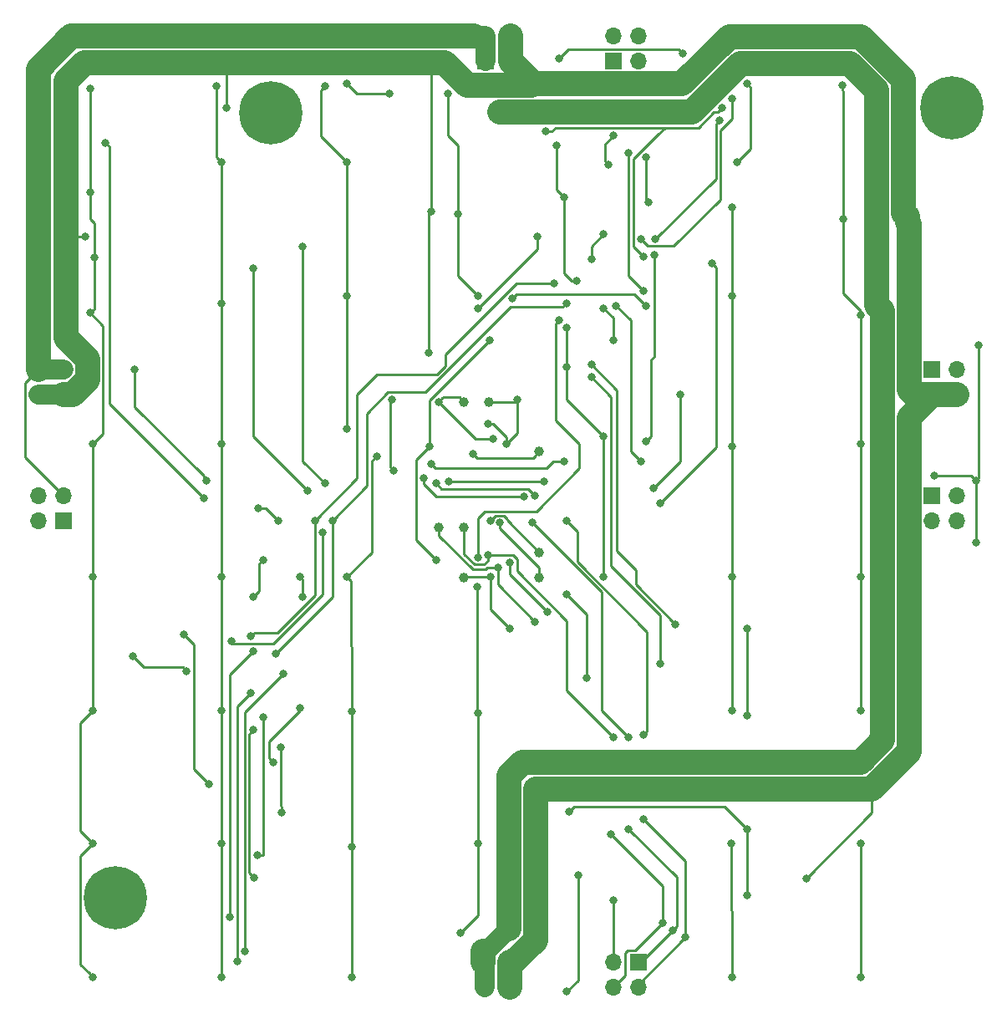
<source format=gbr>
G04 #@! TF.GenerationSoftware,KiCad,Pcbnew,(5.1.5)-3*
G04 #@! TF.CreationDate,2020-01-18T10:24:29-06:00*
G04 #@! TF.ProjectId,ledgrid,6c656467-7269-4642-9e6b-696361645f70,rev?*
G04 #@! TF.SameCoordinates,Original*
G04 #@! TF.FileFunction,Copper,L2,Bot*
G04 #@! TF.FilePolarity,Positive*
%FSLAX46Y46*%
G04 Gerber Fmt 4.6, Leading zero omitted, Abs format (unit mm)*
G04 Created by KiCad (PCBNEW (5.1.5)-3) date 2020-01-18 10:24:29*
%MOMM*%
%LPD*%
G04 APERTURE LIST*
%ADD10C,6.400000*%
%ADD11O,1.700000X1.700000*%
%ADD12R,1.700000X1.700000*%
%ADD13C,1.000000*%
%ADD14C,0.800000*%
%ADD15C,0.250000*%
%ADD16C,2.000000*%
%ADD17C,2.500000*%
G04 APERTURE END LIST*
D10*
X199250000Y-49000000D03*
X130250000Y-49500000D03*
X114500000Y-129000000D03*
D11*
X199790000Y-78040000D03*
X197250000Y-78040000D03*
X199790000Y-75500000D03*
D12*
X197250000Y-75500000D03*
D11*
X199790000Y-90790000D03*
X197250000Y-90790000D03*
X199790000Y-88250000D03*
D12*
X197250000Y-88250000D03*
D11*
X154540000Y-41710000D03*
X154540000Y-44250000D03*
X152000000Y-41710000D03*
D12*
X152000000Y-44250000D03*
D11*
X167540000Y-41710000D03*
X167540000Y-44250000D03*
X165000000Y-41710000D03*
D12*
X165000000Y-44250000D03*
D13*
X149860000Y-78740000D03*
X152400000Y-78740000D03*
X157480000Y-93980000D03*
X157480000Y-83750000D03*
X147320000Y-91440000D03*
X149860000Y-96520000D03*
X149860000Y-91440000D03*
X157480000Y-96520000D03*
D11*
X151960000Y-138040000D03*
X151960000Y-135500000D03*
X154500000Y-138040000D03*
D12*
X154500000Y-135500000D03*
D11*
X106710000Y-75460000D03*
X109250000Y-75460000D03*
X106710000Y-78000000D03*
D12*
X109250000Y-78000000D03*
D11*
X164960000Y-138040000D03*
X164960000Y-135500000D03*
X167500000Y-138040000D03*
D12*
X167500000Y-135500000D03*
D11*
X106710000Y-88210000D03*
X109250000Y-88210000D03*
X106710000Y-90750000D03*
D12*
X109250000Y-90750000D03*
D14*
X150750000Y-84000000D03*
X192250000Y-75000000D03*
X154250000Y-49175000D03*
X192250000Y-88250000D03*
X165000000Y-49500000D03*
X192250000Y-62250000D03*
X164500000Y-54750000D03*
X165000000Y-51750000D03*
X106500000Y-50500000D03*
X106750000Y-61000000D03*
X121750000Y-106000000D03*
X116250000Y-104500000D03*
X162750000Y-64250000D03*
X165000000Y-129250000D03*
X192000000Y-101500000D03*
X152750000Y-82500000D03*
X147250000Y-78750000D03*
X154500000Y-129250000D03*
X169750000Y-105250000D03*
X162750000Y-76250000D03*
X192249989Y-76000011D03*
X153325000Y-48925000D03*
X164000000Y-61750000D03*
X154500000Y-95000000D03*
X158250000Y-100000000D03*
X153250000Y-95500000D03*
X157000000Y-101000000D03*
X152500000Y-96500000D03*
X154500000Y-101750000D03*
X153500000Y-91000000D03*
X152510000Y-90760000D03*
X111500000Y-62000000D03*
X125750000Y-49000000D03*
X146500000Y-59500000D03*
X146250000Y-73750000D03*
X194750000Y-60000000D03*
X194500000Y-87250000D03*
X184500000Y-127000000D03*
X112000000Y-47000000D03*
X112000000Y-57500000D03*
X112000000Y-69750000D03*
X112250000Y-96500000D03*
X112250000Y-83000000D03*
X112399999Y-64100001D03*
X112250000Y-137000000D03*
X112250000Y-123500000D03*
X112250000Y-110000000D03*
X135750000Y-46750000D03*
X138000000Y-54500000D03*
X138000000Y-68000000D03*
X138000000Y-81500000D03*
X138000000Y-96500000D03*
X138500000Y-137000000D03*
X138467040Y-123782960D03*
X138432836Y-110067164D03*
X141000000Y-84250000D03*
X177000000Y-59000000D03*
X178500000Y-46500000D03*
X177500000Y-54500000D03*
X177000000Y-68000000D03*
X177000000Y-110000000D03*
X177000000Y-96500000D03*
X177000000Y-83250000D03*
X176950000Y-123450000D03*
X177000000Y-137000000D03*
X124750000Y-46750000D03*
X125250000Y-54500000D03*
X125250000Y-68750000D03*
X125250000Y-83000000D03*
X125250000Y-96500000D03*
X125250000Y-137000000D03*
X125250000Y-123500000D03*
X125250000Y-110000000D03*
X148250000Y-47500000D03*
X149250000Y-59750000D03*
X151250000Y-68000000D03*
X149500000Y-132500000D03*
X151250000Y-123500000D03*
X151250000Y-110250000D03*
X146350000Y-83250000D03*
X147000000Y-94750000D03*
X152426998Y-72500000D03*
X151150000Y-97500000D03*
X201750000Y-86750000D03*
X201750000Y-93000000D03*
X202000000Y-73000000D03*
X197500000Y-86250000D03*
X159250000Y-52750000D03*
X161250000Y-66500000D03*
X160000000Y-58000000D03*
X160250000Y-71250000D03*
X164000000Y-82250000D03*
X161425000Y-126675000D03*
X160250000Y-138500000D03*
X164000000Y-96500000D03*
X160250000Y-75250000D03*
X162250000Y-106750000D03*
X160250000Y-98250000D03*
X188150000Y-46650000D03*
X188250000Y-60250000D03*
X190000000Y-110000000D03*
X190000000Y-96500000D03*
X190000000Y-83000000D03*
X190000000Y-70000000D03*
X190000000Y-123500000D03*
X190000000Y-137000000D03*
X178500000Y-128750000D03*
X178500000Y-122000000D03*
X162750000Y-75000000D03*
X155250000Y-78500000D03*
X154137500Y-83000000D03*
X171250000Y-101250000D03*
X121437500Y-102312500D03*
X160500000Y-120250000D03*
X124000000Y-117500000D03*
X178500000Y-110500000D03*
X178500000Y-101750000D03*
X151250000Y-69250000D03*
X157250000Y-62000000D03*
X152250000Y-81000000D03*
X130750000Y-104250000D03*
X136500000Y-90750000D03*
X160250000Y-68750000D03*
X128250000Y-102500000D03*
X134750000Y-90750000D03*
X159000000Y-66750000D03*
X175750000Y-50250000D03*
X169250000Y-62250000D03*
X172000000Y-43500000D03*
X159500000Y-44000000D03*
X176000000Y-49000000D03*
X168000000Y-64000000D03*
X142250000Y-47500000D03*
X138000000Y-46500000D03*
X158125000Y-51375000D03*
X177000000Y-48000000D03*
X167750000Y-62250000D03*
X168000000Y-67500000D03*
X166500000Y-53500000D03*
X168250000Y-54000000D03*
X168500000Y-58500000D03*
X165250000Y-69000000D03*
X167750000Y-84750000D03*
X159950000Y-84800000D03*
X146500000Y-85000000D03*
X169149999Y-63850001D03*
X168250000Y-82750000D03*
X168250000Y-82750000D03*
X165000000Y-72500000D03*
X164000000Y-69250000D03*
X154725000Y-68275000D03*
X168250000Y-69000000D03*
X133500000Y-98500000D03*
X133250000Y-96500000D03*
X129500000Y-94750000D03*
X128500000Y-98500000D03*
X128574979Y-126925021D03*
X128500000Y-112000000D03*
X128900000Y-124650000D03*
X129525001Y-110724999D03*
X131350000Y-120350000D03*
X131250000Y-113750000D03*
X133250000Y-109750000D03*
X130500000Y-115250000D03*
X126875000Y-135375000D03*
X128250000Y-108250000D03*
X127600000Y-134400000D03*
X131500000Y-106250000D03*
X128500000Y-104000000D03*
X126075021Y-130924979D03*
X171750000Y-78000000D03*
X157938000Y-86812000D03*
X169000000Y-87500000D03*
X148312000Y-86812000D03*
X142749499Y-85749499D03*
X142500000Y-78500000D03*
X133500000Y-63000000D03*
X135750000Y-87000000D03*
X113500000Y-52500000D03*
X113500000Y-52500000D03*
X123500000Y-88500000D03*
X175000000Y-64750000D03*
X169750000Y-89000000D03*
X116500000Y-75500000D03*
X155925000Y-88325000D03*
X123750000Y-86750000D03*
X145750000Y-86500000D03*
X157000000Y-88250000D03*
X128500000Y-65250000D03*
X134000000Y-87750000D03*
X147000000Y-87000000D03*
X171000000Y-132250000D03*
X166500000Y-122000000D03*
X166500000Y-112750000D03*
X156750000Y-91000000D03*
X172275031Y-132974969D03*
X168000000Y-121000000D03*
X168000000Y-112500000D03*
X160250000Y-90778998D03*
X151250000Y-94500000D03*
X159500000Y-70500000D03*
X126250000Y-103000000D03*
X135500000Y-92000000D03*
X170000000Y-131500000D03*
X129000000Y-89500000D03*
X131000000Y-90750000D03*
X152250000Y-94250000D03*
X165000000Y-112750000D03*
X164750000Y-122500000D03*
D15*
X156980001Y-84249999D02*
X157480000Y-83750000D01*
X156830001Y-84399999D02*
X156980001Y-84249999D01*
X151149999Y-84399999D02*
X156830001Y-84399999D01*
X150750000Y-84000000D02*
X151149999Y-84399999D01*
D16*
X151960000Y-138040000D02*
X151960000Y-135500000D01*
D17*
X151799990Y-134381620D02*
X151799990Y-135500000D01*
D16*
X152000000Y-44250000D02*
X152000000Y-41710000D01*
X150797919Y-41710000D02*
X150757919Y-41750000D01*
X152000000Y-41710000D02*
X150797919Y-41710000D01*
D17*
X150797919Y-41710000D02*
X110040000Y-41710000D01*
X106710000Y-45040000D02*
X106710000Y-75460000D01*
X110040000Y-41710000D02*
X106710000Y-45040000D01*
D16*
X106710000Y-75460000D02*
X109250000Y-75460000D01*
D15*
X105860001Y-76309999D02*
X106710000Y-75460000D01*
X105384990Y-76785010D02*
X105860001Y-76309999D01*
X105384990Y-84344990D02*
X105384990Y-76785010D01*
X109250000Y-88210000D02*
X105384990Y-84344990D01*
X164100001Y-54350001D02*
X164100001Y-52649999D01*
X164500000Y-54750000D02*
X164100001Y-54350001D01*
X164100001Y-52649999D02*
X164750000Y-52000000D01*
X164750000Y-52000000D02*
X165000000Y-51750000D01*
X165000000Y-51750000D02*
X165000000Y-51750000D01*
X121350001Y-105600001D02*
X117350001Y-105600001D01*
X121750000Y-106000000D02*
X121350001Y-105600001D01*
X117350001Y-105600001D02*
X116250000Y-104500000D01*
X116250000Y-104500000D02*
X116250000Y-104500000D01*
X162750000Y-64250000D02*
X162750000Y-63000000D01*
X162750000Y-63000000D02*
X164000000Y-61750000D01*
X164000000Y-61750000D02*
X164000000Y-61750000D01*
X165000000Y-135460000D02*
X164960000Y-135500000D01*
X165000000Y-129250000D02*
X165000000Y-135460000D01*
X152750000Y-82500000D02*
X151000000Y-82500000D01*
X151000000Y-82500000D02*
X147250000Y-78750000D01*
X147250000Y-78750000D02*
X147250000Y-78750000D01*
D16*
X151960000Y-134575163D02*
X154392582Y-132142582D01*
X151960000Y-135500000D02*
X151960000Y-134575163D01*
D17*
X192250000Y-113000000D02*
X192250000Y-96068390D01*
X192250000Y-96068390D02*
X192249989Y-96068379D01*
X192249989Y-96068379D02*
X192249989Y-76000011D01*
X155750000Y-115250000D02*
X190000000Y-115250000D01*
X190000000Y-115250000D02*
X192250000Y-113000000D01*
X154392582Y-132142582D02*
X154392582Y-116607418D01*
X154392582Y-116607418D02*
X155750000Y-115250000D01*
X192249989Y-69511987D02*
X192249989Y-74934326D01*
X191649991Y-68911989D02*
X192249989Y-69511987D01*
X172918370Y-49400020D02*
X177818390Y-44500000D01*
X177818390Y-44500000D02*
X188931610Y-44500000D01*
X153500000Y-49400020D02*
X172918370Y-49400020D01*
X188931610Y-44500000D02*
X191649991Y-47218381D01*
X192249989Y-74934326D02*
X192249989Y-75500011D01*
X191649991Y-47218381D02*
X191649991Y-68911989D01*
D15*
X147649999Y-78350001D02*
X147250000Y-78750000D01*
X147759999Y-78240001D02*
X147649999Y-78350001D01*
X149360001Y-78240001D02*
X147759999Y-78240001D01*
X149860000Y-78740000D02*
X149360001Y-78240001D01*
X164725001Y-95361411D02*
X164725001Y-78225001D01*
X169750000Y-105250000D02*
X169750000Y-100386410D01*
X169750000Y-100386410D02*
X164725001Y-95361411D01*
X164725001Y-78225001D02*
X162750000Y-76250000D01*
X162750000Y-76250000D02*
X162750000Y-76250000D01*
X162750000Y-76250000D02*
X162750000Y-76250000D01*
D17*
X192249989Y-76000011D02*
X192249989Y-75500011D01*
D15*
X164000000Y-61750000D02*
X164000000Y-61750000D01*
X154500000Y-95000000D02*
X154500000Y-96250000D01*
X154500000Y-96250000D02*
X158250000Y-100000000D01*
X158250000Y-100000000D02*
X158250000Y-100000000D01*
X158250000Y-100000000D02*
X158250000Y-100000000D01*
X153250000Y-95500000D02*
X153250000Y-97250000D01*
X153250000Y-97250000D02*
X157000000Y-101000000D01*
X157000000Y-101000000D02*
X157000000Y-101000000D01*
X147320000Y-92147106D02*
X147320000Y-91440000D01*
X147320000Y-92279412D02*
X147320000Y-92147106D01*
X152202095Y-95500000D02*
X152027084Y-95675011D01*
X150715598Y-95675010D02*
X147320000Y-92279412D01*
X152027084Y-95675011D02*
X150715598Y-95675010D01*
X153250000Y-95500000D02*
X152202095Y-95500000D01*
X157000000Y-101000000D02*
X157000000Y-101000000D01*
X152500000Y-96500000D02*
X152500000Y-99750000D01*
X152500000Y-99750000D02*
X154500000Y-101750000D01*
X154500000Y-101750000D02*
X154500000Y-101750000D01*
X149880000Y-96500000D02*
X149860000Y-96520000D01*
X152500000Y-96500000D02*
X149880000Y-96500000D01*
X154500000Y-101750000D02*
X154500000Y-101750000D01*
X157480000Y-95812894D02*
X157480000Y-96520000D01*
X157480000Y-95545685D02*
X157480000Y-95812894D01*
X153500000Y-91565685D02*
X157480000Y-95545685D01*
X153500000Y-91000000D02*
X153500000Y-91565685D01*
X152995001Y-90274999D02*
X152909999Y-90360001D01*
X152909999Y-90360001D02*
X152510000Y-90760000D01*
X153848001Y-90274999D02*
X152995001Y-90274999D01*
X154225001Y-90651999D02*
X153848001Y-90274999D01*
X154225001Y-90725001D02*
X154225001Y-90651999D01*
X157480000Y-93980000D02*
X154225001Y-90725001D01*
D17*
X154500000Y-135500000D02*
X154500000Y-138040000D01*
X199790000Y-78040000D02*
X197250000Y-78040000D01*
X196400001Y-78889999D02*
X197250000Y-78040000D01*
X194949999Y-80340001D02*
X196400001Y-78889999D01*
X156840001Y-46550001D02*
X155389999Y-45099999D01*
X155389999Y-45099999D02*
X154540000Y-44250000D01*
X190000000Y-41750000D02*
X176750000Y-41750000D01*
X176750000Y-41750000D02*
X171949999Y-46550001D01*
X171949999Y-46550001D02*
X156840001Y-46550001D01*
X154540000Y-44250000D02*
X154540000Y-41710000D01*
D16*
X106710000Y-78000000D02*
X109250000Y-78000000D01*
D17*
X156689992Y-46700010D02*
X156840001Y-46550001D01*
X150200010Y-46700010D02*
X156689992Y-46700010D01*
X147910010Y-44410010D02*
X150200010Y-46700010D01*
X109504837Y-46245163D02*
X111339990Y-44410010D01*
X110174837Y-78000000D02*
X111700010Y-76474827D01*
X109250000Y-78000000D02*
X110174837Y-78000000D01*
X111700010Y-76474827D02*
X111700010Y-74445173D01*
X111700010Y-74445173D02*
X109504837Y-72250000D01*
D15*
X139910010Y-44410010D02*
X138785010Y-43285010D01*
X140160010Y-44410010D02*
X139910010Y-44410010D01*
X109504837Y-61995163D02*
X109509674Y-62000000D01*
X109509674Y-62000000D02*
X111500000Y-62000000D01*
D17*
X109504837Y-61995163D02*
X109504837Y-46245163D01*
X109504837Y-72250000D02*
X109504837Y-61995163D01*
D15*
X125750000Y-44570020D02*
X125750000Y-49000000D01*
X125910010Y-44410010D02*
X125750000Y-44570020D01*
D17*
X125910010Y-44410010D02*
X140160010Y-44410010D01*
X111339990Y-44410010D02*
X125910010Y-44410010D01*
D15*
X146500000Y-44570020D02*
X146500000Y-59500000D01*
X146339990Y-44410010D02*
X146500000Y-44570020D01*
D17*
X146339990Y-44410010D02*
X147910010Y-44410010D01*
X140160010Y-44410010D02*
X146339990Y-44410010D01*
D15*
X146250000Y-59750000D02*
X146500000Y-59500000D01*
X146250000Y-73750000D02*
X146250000Y-59750000D01*
D17*
X194950010Y-114118380D02*
X194950010Y-94950010D01*
X194949999Y-94949999D02*
X194949999Y-80340001D01*
X194950010Y-94950010D02*
X194949999Y-94949999D01*
X157092592Y-133260962D02*
X157092592Y-117950010D01*
X154500000Y-135500000D02*
X154853554Y-135500000D01*
X157092592Y-117950010D02*
X191118381Y-117950009D01*
X154853554Y-135500000D02*
X157092592Y-133260962D01*
X191118381Y-117950009D02*
X194950010Y-114118380D01*
D15*
X191118381Y-117950009D02*
X191118381Y-120381619D01*
X191118381Y-120381619D02*
X184500000Y-127000000D01*
D17*
X194350001Y-59600001D02*
X194750000Y-60000000D01*
X194350001Y-46100001D02*
X194350001Y-59600001D01*
X190000000Y-41750000D02*
X194350001Y-46100001D01*
X196047919Y-78040000D02*
X197250000Y-78040000D01*
X195479998Y-78040000D02*
X196047919Y-78040000D01*
X194949999Y-77510001D02*
X195479998Y-78040000D01*
X194949999Y-60765684D02*
X194949999Y-77510001D01*
X194750000Y-60565685D02*
X194949999Y-60765684D01*
X194750000Y-60000000D02*
X194750000Y-60565685D01*
D15*
X112000000Y-47000000D02*
X112000000Y-57500000D01*
X112000000Y-60250000D02*
X112000000Y-60250000D01*
X112000000Y-57500000D02*
X112000000Y-60250000D01*
X112000000Y-69750000D02*
X112000000Y-69750000D01*
X113275020Y-71025020D02*
X113275020Y-81974980D01*
X112000000Y-69750000D02*
X113275020Y-71025020D01*
X113275020Y-81974980D02*
X112250000Y-83000000D01*
X112250000Y-83000000D02*
X112250000Y-96500000D01*
X112250000Y-96500000D02*
X112250000Y-96500000D01*
X112250000Y-83000000D02*
X112250000Y-83000000D01*
X112399999Y-69350001D02*
X112000000Y-69750000D01*
X112399999Y-60649999D02*
X112399999Y-64100001D01*
X112000000Y-60250000D02*
X112399999Y-60649999D01*
X112399999Y-64100001D02*
X112399999Y-69350001D01*
X112250000Y-96500000D02*
X112250000Y-110000000D01*
X112250000Y-137000000D02*
X112250000Y-137000000D01*
X112250000Y-110000000D02*
X112250000Y-110000000D01*
X111850001Y-123100001D02*
X112250000Y-123500000D01*
X110974999Y-111275001D02*
X110974999Y-122224999D01*
X110974999Y-122224999D02*
X111850001Y-123100001D01*
X112250000Y-110000000D02*
X110974999Y-111275001D01*
X111850001Y-136600001D02*
X112250000Y-137000000D01*
X110974999Y-124775001D02*
X110974999Y-135724999D01*
X110974999Y-135724999D02*
X111850001Y-136600001D01*
X112250000Y-123500000D02*
X110974999Y-124775001D01*
X135350001Y-47149999D02*
X135350001Y-51850001D01*
X135750000Y-46750000D02*
X135350001Y-47149999D01*
X135350001Y-51850001D02*
X138000000Y-54500000D01*
X138000000Y-54500000D02*
X138000000Y-54500000D01*
X138000000Y-54500000D02*
X138000000Y-68000000D01*
X138000000Y-68000000D02*
X138000000Y-68000000D01*
X138000000Y-68000000D02*
X138000000Y-81500000D01*
X138000000Y-81500000D02*
X138000000Y-81500000D01*
X138000000Y-96500000D02*
X138000000Y-96500000D01*
X138399999Y-96899999D02*
X138432836Y-110067164D01*
X138000000Y-96500000D02*
X138399999Y-96899999D01*
X138500000Y-137000000D02*
X138399999Y-136899999D01*
X138467040Y-123782960D02*
X138500000Y-137000000D01*
X138432836Y-110067164D02*
X138467040Y-123782960D01*
X140524999Y-93975001D02*
X140524999Y-84725001D01*
X138000000Y-96500000D02*
X140524999Y-93975001D01*
X140524999Y-84725001D02*
X141000000Y-84250000D01*
X141000000Y-84250000D02*
X141000000Y-84250000D01*
X177000000Y-59000000D02*
X177000000Y-60500000D01*
X178899999Y-46899999D02*
X178899999Y-53100001D01*
X178500000Y-46500000D02*
X178899999Y-46899999D01*
X178899999Y-53100001D02*
X177500000Y-54500000D01*
X177500000Y-54500000D02*
X177500000Y-54500000D01*
X177000000Y-60500000D02*
X177000000Y-68000000D01*
X177000000Y-68000000D02*
X177000000Y-68000000D01*
X177000000Y-68000000D02*
X177000000Y-83250000D01*
X177000000Y-110000000D02*
X177000000Y-110000000D01*
X177000000Y-96500000D02*
X177000000Y-110000000D01*
X177000000Y-83250000D02*
X177000000Y-96500000D01*
X176950000Y-123450000D02*
X177000000Y-137000000D01*
X177000000Y-137000000D02*
X176950000Y-136950000D01*
X124750000Y-46750000D02*
X124750000Y-54000000D01*
X124750000Y-54000000D02*
X125250000Y-54500000D01*
X125250000Y-54500000D02*
X125250000Y-54500000D01*
X125250000Y-54500000D02*
X125250000Y-68750000D01*
X125250000Y-68750000D02*
X125250000Y-68750000D01*
X125250000Y-68750000D02*
X125250000Y-83000000D01*
X125250000Y-83000000D02*
X125250000Y-83000000D01*
X125250000Y-83000000D02*
X125250000Y-96500000D01*
X125250000Y-96500000D02*
X125250000Y-96500000D01*
X125250000Y-96500000D02*
X125250000Y-110000000D01*
X125250000Y-110000000D02*
X125250000Y-123500000D01*
X125250000Y-137000000D02*
X125250000Y-137000000D01*
X125250000Y-123500000D02*
X125250000Y-137000000D01*
X125250000Y-110000000D02*
X125250000Y-110000000D01*
X148250000Y-47500000D02*
X148250000Y-51750000D01*
X148250000Y-51750000D02*
X149250000Y-52750000D01*
X149250000Y-52750000D02*
X149250000Y-59750000D01*
X149250000Y-59750000D02*
X149250000Y-59750000D01*
X149250000Y-59750000D02*
X149250000Y-66000000D01*
X149250000Y-66000000D02*
X151250000Y-68000000D01*
X151250000Y-68000000D02*
X151250000Y-68000000D01*
X151250000Y-130750000D02*
X149500000Y-132500000D01*
X149500000Y-132500000D02*
X149500000Y-132500000D01*
X151250000Y-123500000D02*
X151250000Y-130750000D01*
X151250000Y-110250000D02*
X151250000Y-123500000D01*
X145024999Y-84575001D02*
X145024999Y-92774999D01*
X146350000Y-83250000D02*
X145024999Y-84575001D01*
X145024999Y-92774999D02*
X147000000Y-94750000D01*
X147000000Y-94750000D02*
X147000000Y-94750000D01*
X146350000Y-78576998D02*
X152426998Y-72500000D01*
X146350000Y-83250000D02*
X146350000Y-78576998D01*
X152426998Y-72500000D02*
X152426998Y-72500000D01*
X151150000Y-110150000D02*
X151250000Y-110250000D01*
X151150000Y-97500000D02*
X151150000Y-110150000D01*
X201750000Y-86750000D02*
X201750000Y-86750000D01*
X201750000Y-86750000D02*
X201750000Y-93000000D01*
X201750000Y-93000000D02*
X201750000Y-93000000D01*
X202000000Y-86500000D02*
X201750000Y-86750000D01*
X202000000Y-73000000D02*
X202000000Y-86500000D01*
X201250000Y-86250000D02*
X201750000Y-86750000D01*
X197500000Y-86250000D02*
X201250000Y-86250000D01*
X159250000Y-52750000D02*
X159250000Y-57250000D01*
X159250000Y-57250000D02*
X160000000Y-58000000D01*
X160000000Y-58000000D02*
X160000000Y-65500000D01*
X160000000Y-65500000D02*
X160000000Y-65750000D01*
X160000000Y-65750000D02*
X160750000Y-66500000D01*
X160750000Y-66500000D02*
X161250000Y-66500000D01*
X161250000Y-66500000D02*
X161250000Y-66500000D01*
X160000000Y-58000000D02*
X160000000Y-58000000D01*
X160250000Y-71250000D02*
X160250000Y-78500000D01*
X160250000Y-78500000D02*
X164000000Y-82250000D01*
X164000000Y-82250000D02*
X164000000Y-82250000D01*
X161425000Y-126675000D02*
X161425000Y-137325000D01*
X161425000Y-137325000D02*
X160250000Y-138500000D01*
X160250000Y-138500000D02*
X160250000Y-138500000D01*
X164000000Y-82250000D02*
X164000000Y-96500000D01*
X162250000Y-106750000D02*
X162250000Y-100250000D01*
X162250000Y-100250000D02*
X160250000Y-98250000D01*
X160250000Y-98250000D02*
X160250000Y-98250000D01*
X188150000Y-47215685D02*
X188250000Y-47315685D01*
X188150000Y-46650000D02*
X188150000Y-47215685D01*
X188250000Y-47315685D02*
X188250000Y-60250000D01*
X188250000Y-60250000D02*
X188250000Y-60250000D01*
X188250000Y-60250000D02*
X188250000Y-67750000D01*
X188250000Y-67750000D02*
X190000000Y-69500000D01*
X190000000Y-69500000D02*
X190000000Y-70000000D01*
X190000000Y-108250000D02*
X190000000Y-110000000D01*
X190000000Y-110000000D02*
X190000000Y-110000000D01*
X190000000Y-96500000D02*
X190000000Y-108250000D01*
X190000000Y-83000000D02*
X190000000Y-96500000D01*
X190000000Y-70000000D02*
X190000000Y-83000000D01*
X190000000Y-123500000D02*
X190000000Y-137000000D01*
X190000000Y-137000000D02*
X190000000Y-137000000D01*
X178500000Y-128750000D02*
X178500000Y-122000000D01*
X178500000Y-122000000D02*
X178500000Y-122000000D01*
X167250000Y-95750000D02*
X165348001Y-93848001D01*
X165348001Y-77598001D02*
X162750000Y-75000000D01*
X162750000Y-75000000D02*
X162750000Y-75000000D01*
X155250000Y-81887500D02*
X154137500Y-83000000D01*
X155250000Y-78500000D02*
X155250000Y-81887500D01*
X167250000Y-97250000D02*
X167250000Y-95750000D01*
X171250000Y-101250000D02*
X167250000Y-97250000D01*
X121437500Y-102312500D02*
X122475001Y-103350001D01*
X176250000Y-119750000D02*
X178500000Y-122000000D01*
X161250000Y-119750000D02*
X176250000Y-119750000D01*
X161250000Y-119750000D02*
X161000000Y-119750000D01*
X161000000Y-119750000D02*
X160500000Y-120250000D01*
X160500000Y-120250000D02*
X160500000Y-120250000D01*
X165348001Y-91348001D02*
X165348001Y-77598001D01*
X165348001Y-93848001D02*
X165348001Y-91348001D01*
X122475001Y-103350001D02*
X122475001Y-115975001D01*
X122475001Y-115975001D02*
X124000000Y-117500000D01*
X124000000Y-117500000D02*
X124000000Y-117500000D01*
X155010000Y-78740000D02*
X155250000Y-78500000D01*
X152400000Y-78740000D02*
X155010000Y-78740000D01*
X178500000Y-110500000D02*
X178500000Y-101750000D01*
X178500000Y-101750000D02*
X178500000Y-101750000D01*
X178500000Y-101750000D02*
X178500000Y-101750000D01*
X151250000Y-69250000D02*
X157250000Y-63250000D01*
X157250000Y-63250000D02*
X157250000Y-62000000D01*
X157250000Y-62000000D02*
X157250000Y-62000000D01*
X154137500Y-82321815D02*
X154137500Y-82434315D01*
X152815685Y-81000000D02*
X154137500Y-82321815D01*
X154137500Y-82434315D02*
X154137500Y-83000000D01*
X152250000Y-81000000D02*
X152815685Y-81000000D01*
X130750000Y-104250000D02*
X136500000Y-98500000D01*
X136500000Y-98500000D02*
X136500000Y-92250000D01*
X136500000Y-92250000D02*
X136500000Y-92250000D01*
X136500000Y-92250000D02*
X136500000Y-90750000D01*
X140000000Y-87250000D02*
X136500000Y-90750000D01*
X159850001Y-69149999D02*
X154559413Y-69149999D01*
X160250000Y-68750000D02*
X159850001Y-69149999D01*
X140000000Y-79926998D02*
X140000000Y-87250000D01*
X154559413Y-69149999D02*
X145934413Y-77774999D01*
X145934413Y-77774999D02*
X142151999Y-77774999D01*
X142151999Y-77774999D02*
X140000000Y-79926998D01*
X130973001Y-102100001D02*
X134750000Y-98323002D01*
X128250000Y-102500000D02*
X128649999Y-102100001D01*
X128649999Y-102100001D02*
X130973001Y-102100001D01*
X134750000Y-98323002D02*
X134750000Y-90750000D01*
X134750000Y-90750000D02*
X134750000Y-90750000D01*
X139000000Y-86500000D02*
X134750000Y-90750000D01*
X139000000Y-78000000D02*
X139000000Y-86500000D01*
X141000000Y-76000000D02*
X139000000Y-78000000D01*
X155176998Y-66750000D02*
X147975001Y-73951997D01*
X147073002Y-76000000D02*
X141000000Y-76000000D01*
X147975001Y-73951997D02*
X147975001Y-75098001D01*
X159000000Y-66750000D02*
X155176998Y-66750000D01*
X147975001Y-75098001D02*
X147073002Y-76000000D01*
X175350001Y-50649999D02*
X175350001Y-56149999D01*
X175750000Y-50250000D02*
X175350001Y-50649999D01*
X175350001Y-56149999D02*
X169250000Y-62250000D01*
X169250000Y-62250000D02*
X169250000Y-62250000D01*
X171574999Y-43074999D02*
X160425001Y-43074999D01*
X172000000Y-43500000D02*
X171574999Y-43074999D01*
X160425001Y-43074999D02*
X159500000Y-44000000D01*
X159500000Y-44000000D02*
X159500000Y-44000000D01*
X168000000Y-64000000D02*
X168000000Y-64000000D01*
X175600001Y-49399999D02*
X176000000Y-49000000D01*
X175145791Y-49399999D02*
X175600001Y-49399999D01*
X170201968Y-50975030D02*
X173570760Y-50975030D01*
X167024999Y-63024999D02*
X167024999Y-54151999D01*
X173570760Y-50975030D02*
X175145791Y-49399999D01*
X168000000Y-64000000D02*
X167024999Y-63024999D01*
X142250000Y-47500000D02*
X139000000Y-47500000D01*
X139000000Y-47500000D02*
X138000000Y-46500000D01*
X138000000Y-46500000D02*
X138000000Y-46500000D01*
X169463499Y-51713499D02*
X170201968Y-50975030D01*
X167024999Y-54151999D02*
X169463499Y-51713499D01*
X158125000Y-51375000D02*
X158000000Y-51250000D01*
X158690685Y-51375000D02*
X159090655Y-50975030D01*
X159090655Y-50975030D02*
X170201968Y-50975030D01*
X158125000Y-51375000D02*
X158690685Y-51375000D01*
X171098001Y-62975001D02*
X168475001Y-62975001D01*
X175800011Y-58272991D02*
X171098001Y-62975001D01*
X177000000Y-48000000D02*
X177000000Y-50073002D01*
X175800011Y-51272991D02*
X175800011Y-58272991D01*
X177000000Y-50073002D02*
X175800011Y-51272991D01*
X168475001Y-62975001D02*
X167750000Y-62250000D01*
X167750000Y-62250000D02*
X167750000Y-62250000D01*
X168000000Y-67500000D02*
X166500000Y-66000000D01*
X166500000Y-66000000D02*
X166500000Y-53500000D01*
X166500000Y-53500000D02*
X166500000Y-53500000D01*
X168250000Y-54000000D02*
X168250000Y-58250000D01*
X168250000Y-58250000D02*
X168500000Y-58500000D01*
X168500000Y-58500000D02*
X168500000Y-58500000D01*
X166750000Y-70500000D02*
X165250000Y-69000000D01*
X165250000Y-69000000D02*
X165250000Y-69000000D01*
X166750000Y-70500000D02*
X166750000Y-83750000D01*
X166750000Y-83750000D02*
X167750000Y-84750000D01*
X167750000Y-84750000D02*
X167750000Y-84750000D01*
X159950000Y-84800000D02*
X158876998Y-84800000D01*
X158201997Y-85475001D02*
X146975001Y-85475001D01*
X158876998Y-84800000D02*
X158201997Y-85475001D01*
X146975001Y-85475001D02*
X146500000Y-85000000D01*
X146500000Y-85000000D02*
X146500000Y-85000000D01*
X169149999Y-74100001D02*
X169149999Y-63850001D01*
X168750000Y-74500000D02*
X169149999Y-74100001D01*
X169149999Y-63850001D02*
X169149999Y-63850001D01*
X168750000Y-74500000D02*
X168750000Y-82250000D01*
X168750000Y-82250000D02*
X168250000Y-82750000D01*
X168250000Y-82750000D02*
X168250000Y-82750000D01*
X168250000Y-82750000D02*
X168250000Y-82750000D01*
X165000000Y-72500000D02*
X165000000Y-70250000D01*
X165000000Y-70250000D02*
X164000000Y-69250000D01*
X164000000Y-69250000D02*
X164000000Y-69250000D01*
X155124999Y-67875001D02*
X167125001Y-67875001D01*
X154725000Y-68275000D02*
X155124999Y-67875001D01*
X167125001Y-67875001D02*
X168250000Y-69000000D01*
X168250000Y-69000000D02*
X168250000Y-69000000D01*
X133500000Y-98500000D02*
X133500000Y-96750000D01*
X133500000Y-96750000D02*
X133250000Y-96500000D01*
X133250000Y-96500000D02*
X133250000Y-96500000D01*
X129100001Y-95149999D02*
X129100001Y-97899999D01*
X129500000Y-94750000D02*
X129100001Y-95149999D01*
X129100001Y-97899999D02*
X128500000Y-98500000D01*
X128500000Y-98500000D02*
X128500000Y-98500000D01*
X128174980Y-126525022D02*
X128574979Y-126925021D01*
X128074999Y-112425001D02*
X128074999Y-126425041D01*
X128074999Y-126425041D02*
X128174980Y-126525022D01*
X128500000Y-112000000D02*
X128074999Y-112425001D01*
X129525001Y-124590684D02*
X129525001Y-110724999D01*
X128900000Y-124650000D02*
X129465685Y-124650000D01*
X129465685Y-124650000D02*
X129525001Y-124590684D01*
X131350000Y-119784315D02*
X131250000Y-119684315D01*
X131350000Y-120350000D02*
X131350000Y-119784315D01*
X131250000Y-119684315D02*
X131250000Y-113750000D01*
X131250000Y-113750000D02*
X131250000Y-113750000D01*
X133250000Y-109750000D02*
X133250000Y-109750000D01*
X133250000Y-110000000D02*
X133250000Y-109750000D01*
X130100001Y-113149999D02*
X133250000Y-110000000D01*
X130100001Y-114850001D02*
X130100001Y-113149999D01*
X130500000Y-115250000D02*
X130100001Y-114850001D01*
X126875000Y-135375000D02*
X126875000Y-109625000D01*
X126875000Y-109625000D02*
X128000000Y-108500000D01*
X128000000Y-108500000D02*
X128250000Y-108250000D01*
X128250000Y-108250000D02*
X128250000Y-108250000D01*
X127600000Y-134400000D02*
X127600000Y-110150000D01*
X127600000Y-110150000D02*
X131500000Y-106250000D01*
X131500000Y-106250000D02*
X131500000Y-106250000D01*
X126149999Y-106350001D02*
X128500000Y-104000000D01*
X128500000Y-104000000D02*
X128500000Y-104000000D01*
X126075021Y-106424979D02*
X126149999Y-106350001D01*
X126075021Y-130924979D02*
X126075021Y-106424979D01*
X171750000Y-78000000D02*
X171750000Y-84750000D01*
X171750000Y-84750000D02*
X169000000Y-87500000D01*
X157938000Y-86812000D02*
X157938000Y-86812000D01*
X148312000Y-86812000D02*
X157938000Y-86812000D01*
X142349500Y-85349500D02*
X142349500Y-78900500D01*
X142749499Y-85749499D02*
X142349500Y-85349500D01*
X142349500Y-78900500D02*
X142349500Y-78650500D01*
X142349500Y-78650500D02*
X142500000Y-78500000D01*
X142500000Y-78500000D02*
X142500000Y-78500000D01*
X133500000Y-63000000D02*
X133500000Y-84750000D01*
X133500000Y-84750000D02*
X135750000Y-87000000D01*
X113899999Y-52899999D02*
X113899999Y-78899999D01*
X113500000Y-52500000D02*
X113899999Y-52899999D01*
X113899999Y-78899999D02*
X123500000Y-88500000D01*
X175399999Y-65149999D02*
X175399999Y-83350001D01*
X175000000Y-64750000D02*
X175399999Y-65149999D01*
X175399999Y-83350001D02*
X169750000Y-89000000D01*
X116500000Y-75500000D02*
X116500000Y-79250000D01*
X116500000Y-79250000D02*
X123500000Y-86250000D01*
X123500000Y-86250000D02*
X123500000Y-86500000D01*
X123500000Y-86500000D02*
X123750000Y-86750000D01*
X155359315Y-88325000D02*
X155925000Y-88325000D01*
X147009315Y-88325000D02*
X155359315Y-88325000D01*
X145750000Y-87065685D02*
X147009315Y-88325000D01*
X145750000Y-86500000D02*
X145750000Y-87065685D01*
X157000000Y-88250000D02*
X156349999Y-87599999D01*
X128500000Y-65250000D02*
X128500000Y-82250000D01*
X128500000Y-82250000D02*
X134000000Y-87750000D01*
X156287001Y-87537001D02*
X156600001Y-87850001D01*
X156600001Y-87850001D02*
X157000000Y-88250000D01*
X147537001Y-87537001D02*
X156287001Y-87537001D01*
X147000000Y-87000000D02*
X147537001Y-87537001D01*
X167750000Y-135500000D02*
X167500000Y-135500000D01*
X171000000Y-132250000D02*
X167750000Y-135500000D01*
X171399999Y-131850001D02*
X171399999Y-126899999D01*
X171000000Y-132250000D02*
X171399999Y-131850001D01*
X171399999Y-126899999D02*
X166500000Y-122000000D01*
X166500000Y-122000000D02*
X166500000Y-122000000D01*
X166500000Y-112750000D02*
X163750000Y-110000000D01*
X163750000Y-110000000D02*
X163750000Y-98000000D01*
X163750000Y-98000000D02*
X156750000Y-91000000D01*
X156750000Y-91000000D02*
X156750000Y-91000000D01*
X167500000Y-137750000D02*
X167500000Y-138040000D01*
X172275031Y-132974969D02*
X167500000Y-137750000D01*
X172275031Y-132974969D02*
X172275031Y-125275031D01*
X172275031Y-125275031D02*
X168000000Y-121000000D01*
X168000000Y-121000000D02*
X168000000Y-121000000D01*
X168399999Y-102013589D02*
X161325001Y-94938591D01*
X168000000Y-112500000D02*
X168399999Y-112100001D01*
X168399999Y-112100001D02*
X168399999Y-102013589D01*
X161325001Y-91853999D02*
X160250000Y-90778998D01*
X161325001Y-94938591D02*
X161325001Y-91853999D01*
X160250000Y-90778998D02*
X160250000Y-90778998D01*
X151250000Y-94500000D02*
X151250000Y-94500000D01*
X159100001Y-70899999D02*
X159100001Y-80600001D01*
X159500000Y-70500000D02*
X159100001Y-70899999D01*
X159100001Y-80600001D02*
X161500000Y-83000000D01*
X161500000Y-83000000D02*
X161500000Y-84773004D01*
X161500000Y-85500000D02*
X157175011Y-89824989D01*
X161500000Y-84773004D02*
X161500000Y-85500000D01*
X157175011Y-89824989D02*
X156250000Y-89824989D01*
X152425011Y-89824989D02*
X156498013Y-89824989D01*
X151925011Y-89824989D02*
X152425011Y-89824989D01*
X151250000Y-94500000D02*
X151250000Y-90500000D01*
X151250000Y-90500000D02*
X151925011Y-89824989D01*
X130484411Y-103225001D02*
X135500000Y-98209412D01*
X126250000Y-103000000D02*
X126475001Y-103225001D01*
X126475001Y-103225001D02*
X130484411Y-103225001D01*
X135500000Y-98209412D02*
X135500000Y-92000000D01*
X135500000Y-92000000D02*
X135500000Y-92000000D01*
X165809999Y-137190001D02*
X164960000Y-138040000D01*
X166135001Y-136864999D02*
X165809999Y-137190001D01*
X166135001Y-134579997D02*
X166135001Y-136864999D01*
X166389999Y-134324999D02*
X166135001Y-134579997D01*
X167175001Y-134324999D02*
X166389999Y-134324999D01*
X170000000Y-131500000D02*
X167175001Y-134324999D01*
X129000000Y-89500000D02*
X129750000Y-89500000D01*
X129750000Y-89500000D02*
X131000000Y-90750000D01*
X131000000Y-90750000D02*
X131000000Y-90750000D01*
X165000000Y-112750000D02*
X165000000Y-112750000D01*
X170000000Y-127750000D02*
X170000000Y-131500000D01*
X164750000Y-122500000D02*
X170000000Y-127750000D01*
X154823002Y-94250000D02*
X152250000Y-94250000D01*
X165000000Y-112750000D02*
X160250000Y-108000000D01*
X160250000Y-100926998D02*
X155225001Y-95901999D01*
X155225001Y-95901999D02*
X155225001Y-94651999D01*
X155225001Y-94651999D02*
X154823002Y-94250000D01*
X160250000Y-108000000D02*
X160250000Y-106000000D01*
X160250000Y-106000000D02*
X160250000Y-100926998D01*
X149860000Y-92147106D02*
X149860000Y-91440000D01*
X149860000Y-94183002D02*
X149860000Y-92147106D01*
X151840684Y-95225001D02*
X150901999Y-95225001D01*
X150901999Y-95225001D02*
X149860000Y-94183002D01*
X152250000Y-94815685D02*
X151840684Y-95225001D01*
X152250000Y-94250000D02*
X152250000Y-94815685D01*
M02*

</source>
